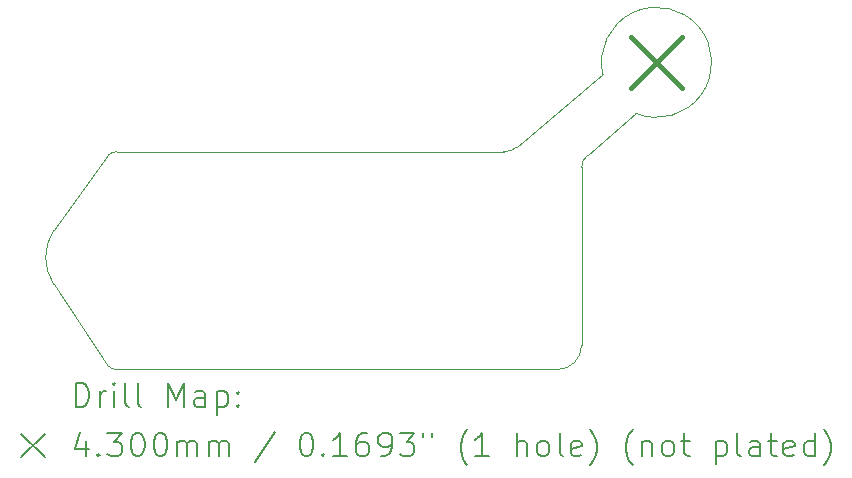
<source format=gbr>
%TF.GenerationSoftware,KiCad,Pcbnew,9.0.2*%
%TF.CreationDate,2026-01-05T11:11:59+01:00*%
%TF.ProjectId,switch,73776974-6368-42e6-9b69-6361645f7063,rev?*%
%TF.SameCoordinates,Original*%
%TF.FileFunction,Drillmap*%
%TF.FilePolarity,Positive*%
%FSLAX45Y45*%
G04 Gerber Fmt 4.5, Leading zero omitted, Abs format (unit mm)*
G04 Created by KiCad (PCBNEW 9.0.2) date 2026-01-05 11:11:59*
%MOMM*%
%LPD*%
G01*
G04 APERTURE LIST*
%ADD10C,0.100000*%
%ADD11C,0.200000*%
%ADD12C,0.430000*%
G04 APERTURE END LIST*
D10*
X18465800Y-11760200D02*
X18872200Y-11404600D01*
X18415000Y-13369838D02*
X18415000Y-11861800D01*
X14478000Y-13573038D02*
X18211800Y-13573038D01*
X13944600Y-12852400D02*
G75*
G02*
X13944600Y-12395200I355600J228600D01*
G01*
X17868425Y-11688969D02*
G75*
G02*
X17754600Y-11730180I-113825J136589D01*
G01*
X18415000Y-13369838D02*
G75*
G02*
X18211800Y-13573040I-203200J-2D01*
G01*
X13944600Y-12852400D02*
X14406158Y-13543280D01*
X14406158Y-11759938D02*
G75*
G02*
X14478000Y-11730180I71842J-71842D01*
G01*
X18594147Y-11074101D02*
X17868425Y-11688969D01*
X18415000Y-11861800D02*
G75*
G02*
X18465800Y-11760200I127000J0D01*
G01*
X17754600Y-11730180D02*
X14478000Y-11730180D01*
X14478000Y-13573038D02*
G75*
G02*
X14406158Y-13543280I0J101598D01*
G01*
X18594147Y-11074101D02*
G75*
G02*
X18872200Y-11404600I455853J101301D01*
G01*
X14406158Y-11759938D02*
X13944600Y-12395200D01*
D11*
D12*
X18835000Y-10757800D02*
X19265000Y-11187800D01*
X19265000Y-10757800D02*
X18835000Y-11187800D01*
D11*
X14133237Y-13889522D02*
X14133237Y-13689522D01*
X14133237Y-13689522D02*
X14180856Y-13689522D01*
X14180856Y-13689522D02*
X14209427Y-13699046D01*
X14209427Y-13699046D02*
X14228475Y-13718093D01*
X14228475Y-13718093D02*
X14237998Y-13737141D01*
X14237998Y-13737141D02*
X14247522Y-13775236D01*
X14247522Y-13775236D02*
X14247522Y-13803807D01*
X14247522Y-13803807D02*
X14237998Y-13841903D01*
X14237998Y-13841903D02*
X14228475Y-13860950D01*
X14228475Y-13860950D02*
X14209427Y-13879998D01*
X14209427Y-13879998D02*
X14180856Y-13889522D01*
X14180856Y-13889522D02*
X14133237Y-13889522D01*
X14333237Y-13889522D02*
X14333237Y-13756188D01*
X14333237Y-13794284D02*
X14342760Y-13775236D01*
X14342760Y-13775236D02*
X14352284Y-13765712D01*
X14352284Y-13765712D02*
X14371332Y-13756188D01*
X14371332Y-13756188D02*
X14390379Y-13756188D01*
X14457046Y-13889522D02*
X14457046Y-13756188D01*
X14457046Y-13689522D02*
X14447522Y-13699046D01*
X14447522Y-13699046D02*
X14457046Y-13708569D01*
X14457046Y-13708569D02*
X14466570Y-13699046D01*
X14466570Y-13699046D02*
X14457046Y-13689522D01*
X14457046Y-13689522D02*
X14457046Y-13708569D01*
X14580856Y-13889522D02*
X14561808Y-13879998D01*
X14561808Y-13879998D02*
X14552284Y-13860950D01*
X14552284Y-13860950D02*
X14552284Y-13689522D01*
X14685617Y-13889522D02*
X14666570Y-13879998D01*
X14666570Y-13879998D02*
X14657046Y-13860950D01*
X14657046Y-13860950D02*
X14657046Y-13689522D01*
X14914189Y-13889522D02*
X14914189Y-13689522D01*
X14914189Y-13689522D02*
X14980856Y-13832379D01*
X14980856Y-13832379D02*
X15047522Y-13689522D01*
X15047522Y-13689522D02*
X15047522Y-13889522D01*
X15228475Y-13889522D02*
X15228475Y-13784760D01*
X15228475Y-13784760D02*
X15218951Y-13765712D01*
X15218951Y-13765712D02*
X15199903Y-13756188D01*
X15199903Y-13756188D02*
X15161808Y-13756188D01*
X15161808Y-13756188D02*
X15142760Y-13765712D01*
X15228475Y-13879998D02*
X15209427Y-13889522D01*
X15209427Y-13889522D02*
X15161808Y-13889522D01*
X15161808Y-13889522D02*
X15142760Y-13879998D01*
X15142760Y-13879998D02*
X15133237Y-13860950D01*
X15133237Y-13860950D02*
X15133237Y-13841903D01*
X15133237Y-13841903D02*
X15142760Y-13822855D01*
X15142760Y-13822855D02*
X15161808Y-13813331D01*
X15161808Y-13813331D02*
X15209427Y-13813331D01*
X15209427Y-13813331D02*
X15228475Y-13803807D01*
X15323713Y-13756188D02*
X15323713Y-13956188D01*
X15323713Y-13765712D02*
X15342760Y-13756188D01*
X15342760Y-13756188D02*
X15380856Y-13756188D01*
X15380856Y-13756188D02*
X15399903Y-13765712D01*
X15399903Y-13765712D02*
X15409427Y-13775236D01*
X15409427Y-13775236D02*
X15418951Y-13794284D01*
X15418951Y-13794284D02*
X15418951Y-13851426D01*
X15418951Y-13851426D02*
X15409427Y-13870474D01*
X15409427Y-13870474D02*
X15399903Y-13879998D01*
X15399903Y-13879998D02*
X15380856Y-13889522D01*
X15380856Y-13889522D02*
X15342760Y-13889522D01*
X15342760Y-13889522D02*
X15323713Y-13879998D01*
X15504665Y-13870474D02*
X15514189Y-13879998D01*
X15514189Y-13879998D02*
X15504665Y-13889522D01*
X15504665Y-13889522D02*
X15495141Y-13879998D01*
X15495141Y-13879998D02*
X15504665Y-13870474D01*
X15504665Y-13870474D02*
X15504665Y-13889522D01*
X15504665Y-13765712D02*
X15514189Y-13775236D01*
X15514189Y-13775236D02*
X15504665Y-13784760D01*
X15504665Y-13784760D02*
X15495141Y-13775236D01*
X15495141Y-13775236D02*
X15504665Y-13765712D01*
X15504665Y-13765712D02*
X15504665Y-13784760D01*
X13672460Y-14118038D02*
X13872460Y-14318038D01*
X13872460Y-14118038D02*
X13672460Y-14318038D01*
X14218951Y-14176188D02*
X14218951Y-14309522D01*
X14171332Y-14099998D02*
X14123713Y-14242855D01*
X14123713Y-14242855D02*
X14247522Y-14242855D01*
X14323713Y-14290474D02*
X14333237Y-14299998D01*
X14333237Y-14299998D02*
X14323713Y-14309522D01*
X14323713Y-14309522D02*
X14314189Y-14299998D01*
X14314189Y-14299998D02*
X14323713Y-14290474D01*
X14323713Y-14290474D02*
X14323713Y-14309522D01*
X14399903Y-14109522D02*
X14523713Y-14109522D01*
X14523713Y-14109522D02*
X14457046Y-14185712D01*
X14457046Y-14185712D02*
X14485618Y-14185712D01*
X14485618Y-14185712D02*
X14504665Y-14195236D01*
X14504665Y-14195236D02*
X14514189Y-14204760D01*
X14514189Y-14204760D02*
X14523713Y-14223807D01*
X14523713Y-14223807D02*
X14523713Y-14271426D01*
X14523713Y-14271426D02*
X14514189Y-14290474D01*
X14514189Y-14290474D02*
X14504665Y-14299998D01*
X14504665Y-14299998D02*
X14485618Y-14309522D01*
X14485618Y-14309522D02*
X14428475Y-14309522D01*
X14428475Y-14309522D02*
X14409427Y-14299998D01*
X14409427Y-14299998D02*
X14399903Y-14290474D01*
X14647522Y-14109522D02*
X14666570Y-14109522D01*
X14666570Y-14109522D02*
X14685618Y-14119046D01*
X14685618Y-14119046D02*
X14695141Y-14128569D01*
X14695141Y-14128569D02*
X14704665Y-14147617D01*
X14704665Y-14147617D02*
X14714189Y-14185712D01*
X14714189Y-14185712D02*
X14714189Y-14233331D01*
X14714189Y-14233331D02*
X14704665Y-14271426D01*
X14704665Y-14271426D02*
X14695141Y-14290474D01*
X14695141Y-14290474D02*
X14685618Y-14299998D01*
X14685618Y-14299998D02*
X14666570Y-14309522D01*
X14666570Y-14309522D02*
X14647522Y-14309522D01*
X14647522Y-14309522D02*
X14628475Y-14299998D01*
X14628475Y-14299998D02*
X14618951Y-14290474D01*
X14618951Y-14290474D02*
X14609427Y-14271426D01*
X14609427Y-14271426D02*
X14599903Y-14233331D01*
X14599903Y-14233331D02*
X14599903Y-14185712D01*
X14599903Y-14185712D02*
X14609427Y-14147617D01*
X14609427Y-14147617D02*
X14618951Y-14128569D01*
X14618951Y-14128569D02*
X14628475Y-14119046D01*
X14628475Y-14119046D02*
X14647522Y-14109522D01*
X14837998Y-14109522D02*
X14857046Y-14109522D01*
X14857046Y-14109522D02*
X14876094Y-14119046D01*
X14876094Y-14119046D02*
X14885618Y-14128569D01*
X14885618Y-14128569D02*
X14895141Y-14147617D01*
X14895141Y-14147617D02*
X14904665Y-14185712D01*
X14904665Y-14185712D02*
X14904665Y-14233331D01*
X14904665Y-14233331D02*
X14895141Y-14271426D01*
X14895141Y-14271426D02*
X14885618Y-14290474D01*
X14885618Y-14290474D02*
X14876094Y-14299998D01*
X14876094Y-14299998D02*
X14857046Y-14309522D01*
X14857046Y-14309522D02*
X14837998Y-14309522D01*
X14837998Y-14309522D02*
X14818951Y-14299998D01*
X14818951Y-14299998D02*
X14809427Y-14290474D01*
X14809427Y-14290474D02*
X14799903Y-14271426D01*
X14799903Y-14271426D02*
X14790379Y-14233331D01*
X14790379Y-14233331D02*
X14790379Y-14185712D01*
X14790379Y-14185712D02*
X14799903Y-14147617D01*
X14799903Y-14147617D02*
X14809427Y-14128569D01*
X14809427Y-14128569D02*
X14818951Y-14119046D01*
X14818951Y-14119046D02*
X14837998Y-14109522D01*
X14990379Y-14309522D02*
X14990379Y-14176188D01*
X14990379Y-14195236D02*
X14999903Y-14185712D01*
X14999903Y-14185712D02*
X15018951Y-14176188D01*
X15018951Y-14176188D02*
X15047522Y-14176188D01*
X15047522Y-14176188D02*
X15066570Y-14185712D01*
X15066570Y-14185712D02*
X15076094Y-14204760D01*
X15076094Y-14204760D02*
X15076094Y-14309522D01*
X15076094Y-14204760D02*
X15085618Y-14185712D01*
X15085618Y-14185712D02*
X15104665Y-14176188D01*
X15104665Y-14176188D02*
X15133237Y-14176188D01*
X15133237Y-14176188D02*
X15152284Y-14185712D01*
X15152284Y-14185712D02*
X15161808Y-14204760D01*
X15161808Y-14204760D02*
X15161808Y-14309522D01*
X15257046Y-14309522D02*
X15257046Y-14176188D01*
X15257046Y-14195236D02*
X15266570Y-14185712D01*
X15266570Y-14185712D02*
X15285618Y-14176188D01*
X15285618Y-14176188D02*
X15314189Y-14176188D01*
X15314189Y-14176188D02*
X15333237Y-14185712D01*
X15333237Y-14185712D02*
X15342760Y-14204760D01*
X15342760Y-14204760D02*
X15342760Y-14309522D01*
X15342760Y-14204760D02*
X15352284Y-14185712D01*
X15352284Y-14185712D02*
X15371332Y-14176188D01*
X15371332Y-14176188D02*
X15399903Y-14176188D01*
X15399903Y-14176188D02*
X15418951Y-14185712D01*
X15418951Y-14185712D02*
X15428475Y-14204760D01*
X15428475Y-14204760D02*
X15428475Y-14309522D01*
X15818951Y-14099998D02*
X15647522Y-14357141D01*
X16076094Y-14109522D02*
X16095142Y-14109522D01*
X16095142Y-14109522D02*
X16114189Y-14119046D01*
X16114189Y-14119046D02*
X16123713Y-14128569D01*
X16123713Y-14128569D02*
X16133237Y-14147617D01*
X16133237Y-14147617D02*
X16142761Y-14185712D01*
X16142761Y-14185712D02*
X16142761Y-14233331D01*
X16142761Y-14233331D02*
X16133237Y-14271426D01*
X16133237Y-14271426D02*
X16123713Y-14290474D01*
X16123713Y-14290474D02*
X16114189Y-14299998D01*
X16114189Y-14299998D02*
X16095142Y-14309522D01*
X16095142Y-14309522D02*
X16076094Y-14309522D01*
X16076094Y-14309522D02*
X16057046Y-14299998D01*
X16057046Y-14299998D02*
X16047522Y-14290474D01*
X16047522Y-14290474D02*
X16037999Y-14271426D01*
X16037999Y-14271426D02*
X16028475Y-14233331D01*
X16028475Y-14233331D02*
X16028475Y-14185712D01*
X16028475Y-14185712D02*
X16037999Y-14147617D01*
X16037999Y-14147617D02*
X16047522Y-14128569D01*
X16047522Y-14128569D02*
X16057046Y-14119046D01*
X16057046Y-14119046D02*
X16076094Y-14109522D01*
X16228475Y-14290474D02*
X16237999Y-14299998D01*
X16237999Y-14299998D02*
X16228475Y-14309522D01*
X16228475Y-14309522D02*
X16218951Y-14299998D01*
X16218951Y-14299998D02*
X16228475Y-14290474D01*
X16228475Y-14290474D02*
X16228475Y-14309522D01*
X16428475Y-14309522D02*
X16314189Y-14309522D01*
X16371332Y-14309522D02*
X16371332Y-14109522D01*
X16371332Y-14109522D02*
X16352284Y-14138093D01*
X16352284Y-14138093D02*
X16333237Y-14157141D01*
X16333237Y-14157141D02*
X16314189Y-14166665D01*
X16599903Y-14109522D02*
X16561808Y-14109522D01*
X16561808Y-14109522D02*
X16542761Y-14119046D01*
X16542761Y-14119046D02*
X16533237Y-14128569D01*
X16533237Y-14128569D02*
X16514189Y-14157141D01*
X16514189Y-14157141D02*
X16504665Y-14195236D01*
X16504665Y-14195236D02*
X16504665Y-14271426D01*
X16504665Y-14271426D02*
X16514189Y-14290474D01*
X16514189Y-14290474D02*
X16523713Y-14299998D01*
X16523713Y-14299998D02*
X16542761Y-14309522D01*
X16542761Y-14309522D02*
X16580856Y-14309522D01*
X16580856Y-14309522D02*
X16599903Y-14299998D01*
X16599903Y-14299998D02*
X16609427Y-14290474D01*
X16609427Y-14290474D02*
X16618951Y-14271426D01*
X16618951Y-14271426D02*
X16618951Y-14223807D01*
X16618951Y-14223807D02*
X16609427Y-14204760D01*
X16609427Y-14204760D02*
X16599903Y-14195236D01*
X16599903Y-14195236D02*
X16580856Y-14185712D01*
X16580856Y-14185712D02*
X16542761Y-14185712D01*
X16542761Y-14185712D02*
X16523713Y-14195236D01*
X16523713Y-14195236D02*
X16514189Y-14204760D01*
X16514189Y-14204760D02*
X16504665Y-14223807D01*
X16714189Y-14309522D02*
X16752284Y-14309522D01*
X16752284Y-14309522D02*
X16771332Y-14299998D01*
X16771332Y-14299998D02*
X16780856Y-14290474D01*
X16780856Y-14290474D02*
X16799904Y-14261903D01*
X16799904Y-14261903D02*
X16809427Y-14223807D01*
X16809427Y-14223807D02*
X16809427Y-14147617D01*
X16809427Y-14147617D02*
X16799904Y-14128569D01*
X16799904Y-14128569D02*
X16790380Y-14119046D01*
X16790380Y-14119046D02*
X16771332Y-14109522D01*
X16771332Y-14109522D02*
X16733237Y-14109522D01*
X16733237Y-14109522D02*
X16714189Y-14119046D01*
X16714189Y-14119046D02*
X16704665Y-14128569D01*
X16704665Y-14128569D02*
X16695142Y-14147617D01*
X16695142Y-14147617D02*
X16695142Y-14195236D01*
X16695142Y-14195236D02*
X16704665Y-14214284D01*
X16704665Y-14214284D02*
X16714189Y-14223807D01*
X16714189Y-14223807D02*
X16733237Y-14233331D01*
X16733237Y-14233331D02*
X16771332Y-14233331D01*
X16771332Y-14233331D02*
X16790380Y-14223807D01*
X16790380Y-14223807D02*
X16799904Y-14214284D01*
X16799904Y-14214284D02*
X16809427Y-14195236D01*
X16876094Y-14109522D02*
X16999904Y-14109522D01*
X16999904Y-14109522D02*
X16933237Y-14185712D01*
X16933237Y-14185712D02*
X16961808Y-14185712D01*
X16961808Y-14185712D02*
X16980856Y-14195236D01*
X16980856Y-14195236D02*
X16990380Y-14204760D01*
X16990380Y-14204760D02*
X16999904Y-14223807D01*
X16999904Y-14223807D02*
X16999904Y-14271426D01*
X16999904Y-14271426D02*
X16990380Y-14290474D01*
X16990380Y-14290474D02*
X16980856Y-14299998D01*
X16980856Y-14299998D02*
X16961808Y-14309522D01*
X16961808Y-14309522D02*
X16904665Y-14309522D01*
X16904665Y-14309522D02*
X16885618Y-14299998D01*
X16885618Y-14299998D02*
X16876094Y-14290474D01*
X17076094Y-14109522D02*
X17076094Y-14147617D01*
X17152285Y-14109522D02*
X17152285Y-14147617D01*
X17447523Y-14385712D02*
X17437999Y-14376188D01*
X17437999Y-14376188D02*
X17418951Y-14347617D01*
X17418951Y-14347617D02*
X17409427Y-14328569D01*
X17409427Y-14328569D02*
X17399904Y-14299998D01*
X17399904Y-14299998D02*
X17390380Y-14252379D01*
X17390380Y-14252379D02*
X17390380Y-14214284D01*
X17390380Y-14214284D02*
X17399904Y-14166665D01*
X17399904Y-14166665D02*
X17409427Y-14138093D01*
X17409427Y-14138093D02*
X17418951Y-14119046D01*
X17418951Y-14119046D02*
X17437999Y-14090474D01*
X17437999Y-14090474D02*
X17447523Y-14080950D01*
X17628475Y-14309522D02*
X17514189Y-14309522D01*
X17571332Y-14309522D02*
X17571332Y-14109522D01*
X17571332Y-14109522D02*
X17552285Y-14138093D01*
X17552285Y-14138093D02*
X17533237Y-14157141D01*
X17533237Y-14157141D02*
X17514189Y-14166665D01*
X17866570Y-14309522D02*
X17866570Y-14109522D01*
X17952285Y-14309522D02*
X17952285Y-14204760D01*
X17952285Y-14204760D02*
X17942761Y-14185712D01*
X17942761Y-14185712D02*
X17923713Y-14176188D01*
X17923713Y-14176188D02*
X17895142Y-14176188D01*
X17895142Y-14176188D02*
X17876094Y-14185712D01*
X17876094Y-14185712D02*
X17866570Y-14195236D01*
X18076094Y-14309522D02*
X18057047Y-14299998D01*
X18057047Y-14299998D02*
X18047523Y-14290474D01*
X18047523Y-14290474D02*
X18037999Y-14271426D01*
X18037999Y-14271426D02*
X18037999Y-14214284D01*
X18037999Y-14214284D02*
X18047523Y-14195236D01*
X18047523Y-14195236D02*
X18057047Y-14185712D01*
X18057047Y-14185712D02*
X18076094Y-14176188D01*
X18076094Y-14176188D02*
X18104666Y-14176188D01*
X18104666Y-14176188D02*
X18123713Y-14185712D01*
X18123713Y-14185712D02*
X18133237Y-14195236D01*
X18133237Y-14195236D02*
X18142761Y-14214284D01*
X18142761Y-14214284D02*
X18142761Y-14271426D01*
X18142761Y-14271426D02*
X18133237Y-14290474D01*
X18133237Y-14290474D02*
X18123713Y-14299998D01*
X18123713Y-14299998D02*
X18104666Y-14309522D01*
X18104666Y-14309522D02*
X18076094Y-14309522D01*
X18257047Y-14309522D02*
X18237999Y-14299998D01*
X18237999Y-14299998D02*
X18228475Y-14280950D01*
X18228475Y-14280950D02*
X18228475Y-14109522D01*
X18409428Y-14299998D02*
X18390380Y-14309522D01*
X18390380Y-14309522D02*
X18352285Y-14309522D01*
X18352285Y-14309522D02*
X18333237Y-14299998D01*
X18333237Y-14299998D02*
X18323713Y-14280950D01*
X18323713Y-14280950D02*
X18323713Y-14204760D01*
X18323713Y-14204760D02*
X18333237Y-14185712D01*
X18333237Y-14185712D02*
X18352285Y-14176188D01*
X18352285Y-14176188D02*
X18390380Y-14176188D01*
X18390380Y-14176188D02*
X18409428Y-14185712D01*
X18409428Y-14185712D02*
X18418951Y-14204760D01*
X18418951Y-14204760D02*
X18418951Y-14223807D01*
X18418951Y-14223807D02*
X18323713Y-14242855D01*
X18485618Y-14385712D02*
X18495142Y-14376188D01*
X18495142Y-14376188D02*
X18514189Y-14347617D01*
X18514189Y-14347617D02*
X18523713Y-14328569D01*
X18523713Y-14328569D02*
X18533237Y-14299998D01*
X18533237Y-14299998D02*
X18542761Y-14252379D01*
X18542761Y-14252379D02*
X18542761Y-14214284D01*
X18542761Y-14214284D02*
X18533237Y-14166665D01*
X18533237Y-14166665D02*
X18523713Y-14138093D01*
X18523713Y-14138093D02*
X18514189Y-14119046D01*
X18514189Y-14119046D02*
X18495142Y-14090474D01*
X18495142Y-14090474D02*
X18485618Y-14080950D01*
X18847523Y-14385712D02*
X18837999Y-14376188D01*
X18837999Y-14376188D02*
X18818951Y-14347617D01*
X18818951Y-14347617D02*
X18809428Y-14328569D01*
X18809428Y-14328569D02*
X18799904Y-14299998D01*
X18799904Y-14299998D02*
X18790380Y-14252379D01*
X18790380Y-14252379D02*
X18790380Y-14214284D01*
X18790380Y-14214284D02*
X18799904Y-14166665D01*
X18799904Y-14166665D02*
X18809428Y-14138093D01*
X18809428Y-14138093D02*
X18818951Y-14119046D01*
X18818951Y-14119046D02*
X18837999Y-14090474D01*
X18837999Y-14090474D02*
X18847523Y-14080950D01*
X18923713Y-14176188D02*
X18923713Y-14309522D01*
X18923713Y-14195236D02*
X18933237Y-14185712D01*
X18933237Y-14185712D02*
X18952285Y-14176188D01*
X18952285Y-14176188D02*
X18980856Y-14176188D01*
X18980856Y-14176188D02*
X18999904Y-14185712D01*
X18999904Y-14185712D02*
X19009428Y-14204760D01*
X19009428Y-14204760D02*
X19009428Y-14309522D01*
X19133237Y-14309522D02*
X19114189Y-14299998D01*
X19114189Y-14299998D02*
X19104666Y-14290474D01*
X19104666Y-14290474D02*
X19095142Y-14271426D01*
X19095142Y-14271426D02*
X19095142Y-14214284D01*
X19095142Y-14214284D02*
X19104666Y-14195236D01*
X19104666Y-14195236D02*
X19114189Y-14185712D01*
X19114189Y-14185712D02*
X19133237Y-14176188D01*
X19133237Y-14176188D02*
X19161809Y-14176188D01*
X19161809Y-14176188D02*
X19180856Y-14185712D01*
X19180856Y-14185712D02*
X19190380Y-14195236D01*
X19190380Y-14195236D02*
X19199904Y-14214284D01*
X19199904Y-14214284D02*
X19199904Y-14271426D01*
X19199904Y-14271426D02*
X19190380Y-14290474D01*
X19190380Y-14290474D02*
X19180856Y-14299998D01*
X19180856Y-14299998D02*
X19161809Y-14309522D01*
X19161809Y-14309522D02*
X19133237Y-14309522D01*
X19257047Y-14176188D02*
X19333237Y-14176188D01*
X19285618Y-14109522D02*
X19285618Y-14280950D01*
X19285618Y-14280950D02*
X19295142Y-14299998D01*
X19295142Y-14299998D02*
X19314189Y-14309522D01*
X19314189Y-14309522D02*
X19333237Y-14309522D01*
X19552285Y-14176188D02*
X19552285Y-14376188D01*
X19552285Y-14185712D02*
X19571332Y-14176188D01*
X19571332Y-14176188D02*
X19609428Y-14176188D01*
X19609428Y-14176188D02*
X19628475Y-14185712D01*
X19628475Y-14185712D02*
X19637999Y-14195236D01*
X19637999Y-14195236D02*
X19647523Y-14214284D01*
X19647523Y-14214284D02*
X19647523Y-14271426D01*
X19647523Y-14271426D02*
X19637999Y-14290474D01*
X19637999Y-14290474D02*
X19628475Y-14299998D01*
X19628475Y-14299998D02*
X19609428Y-14309522D01*
X19609428Y-14309522D02*
X19571332Y-14309522D01*
X19571332Y-14309522D02*
X19552285Y-14299998D01*
X19761809Y-14309522D02*
X19742761Y-14299998D01*
X19742761Y-14299998D02*
X19733237Y-14280950D01*
X19733237Y-14280950D02*
X19733237Y-14109522D01*
X19923713Y-14309522D02*
X19923713Y-14204760D01*
X19923713Y-14204760D02*
X19914190Y-14185712D01*
X19914190Y-14185712D02*
X19895142Y-14176188D01*
X19895142Y-14176188D02*
X19857047Y-14176188D01*
X19857047Y-14176188D02*
X19837999Y-14185712D01*
X19923713Y-14299998D02*
X19904666Y-14309522D01*
X19904666Y-14309522D02*
X19857047Y-14309522D01*
X19857047Y-14309522D02*
X19837999Y-14299998D01*
X19837999Y-14299998D02*
X19828475Y-14280950D01*
X19828475Y-14280950D02*
X19828475Y-14261903D01*
X19828475Y-14261903D02*
X19837999Y-14242855D01*
X19837999Y-14242855D02*
X19857047Y-14233331D01*
X19857047Y-14233331D02*
X19904666Y-14233331D01*
X19904666Y-14233331D02*
X19923713Y-14223807D01*
X19990380Y-14176188D02*
X20066570Y-14176188D01*
X20018951Y-14109522D02*
X20018951Y-14280950D01*
X20018951Y-14280950D02*
X20028475Y-14299998D01*
X20028475Y-14299998D02*
X20047523Y-14309522D01*
X20047523Y-14309522D02*
X20066570Y-14309522D01*
X20209428Y-14299998D02*
X20190380Y-14309522D01*
X20190380Y-14309522D02*
X20152285Y-14309522D01*
X20152285Y-14309522D02*
X20133237Y-14299998D01*
X20133237Y-14299998D02*
X20123713Y-14280950D01*
X20123713Y-14280950D02*
X20123713Y-14204760D01*
X20123713Y-14204760D02*
X20133237Y-14185712D01*
X20133237Y-14185712D02*
X20152285Y-14176188D01*
X20152285Y-14176188D02*
X20190380Y-14176188D01*
X20190380Y-14176188D02*
X20209428Y-14185712D01*
X20209428Y-14185712D02*
X20218951Y-14204760D01*
X20218951Y-14204760D02*
X20218951Y-14223807D01*
X20218951Y-14223807D02*
X20123713Y-14242855D01*
X20390380Y-14309522D02*
X20390380Y-14109522D01*
X20390380Y-14299998D02*
X20371332Y-14309522D01*
X20371332Y-14309522D02*
X20333237Y-14309522D01*
X20333237Y-14309522D02*
X20314190Y-14299998D01*
X20314190Y-14299998D02*
X20304666Y-14290474D01*
X20304666Y-14290474D02*
X20295142Y-14271426D01*
X20295142Y-14271426D02*
X20295142Y-14214284D01*
X20295142Y-14214284D02*
X20304666Y-14195236D01*
X20304666Y-14195236D02*
X20314190Y-14185712D01*
X20314190Y-14185712D02*
X20333237Y-14176188D01*
X20333237Y-14176188D02*
X20371332Y-14176188D01*
X20371332Y-14176188D02*
X20390380Y-14185712D01*
X20466571Y-14385712D02*
X20476094Y-14376188D01*
X20476094Y-14376188D02*
X20495142Y-14347617D01*
X20495142Y-14347617D02*
X20504666Y-14328569D01*
X20504666Y-14328569D02*
X20514190Y-14299998D01*
X20514190Y-14299998D02*
X20523713Y-14252379D01*
X20523713Y-14252379D02*
X20523713Y-14214284D01*
X20523713Y-14214284D02*
X20514190Y-14166665D01*
X20514190Y-14166665D02*
X20504666Y-14138093D01*
X20504666Y-14138093D02*
X20495142Y-14119046D01*
X20495142Y-14119046D02*
X20476094Y-14090474D01*
X20476094Y-14090474D02*
X20466571Y-14080950D01*
M02*

</source>
